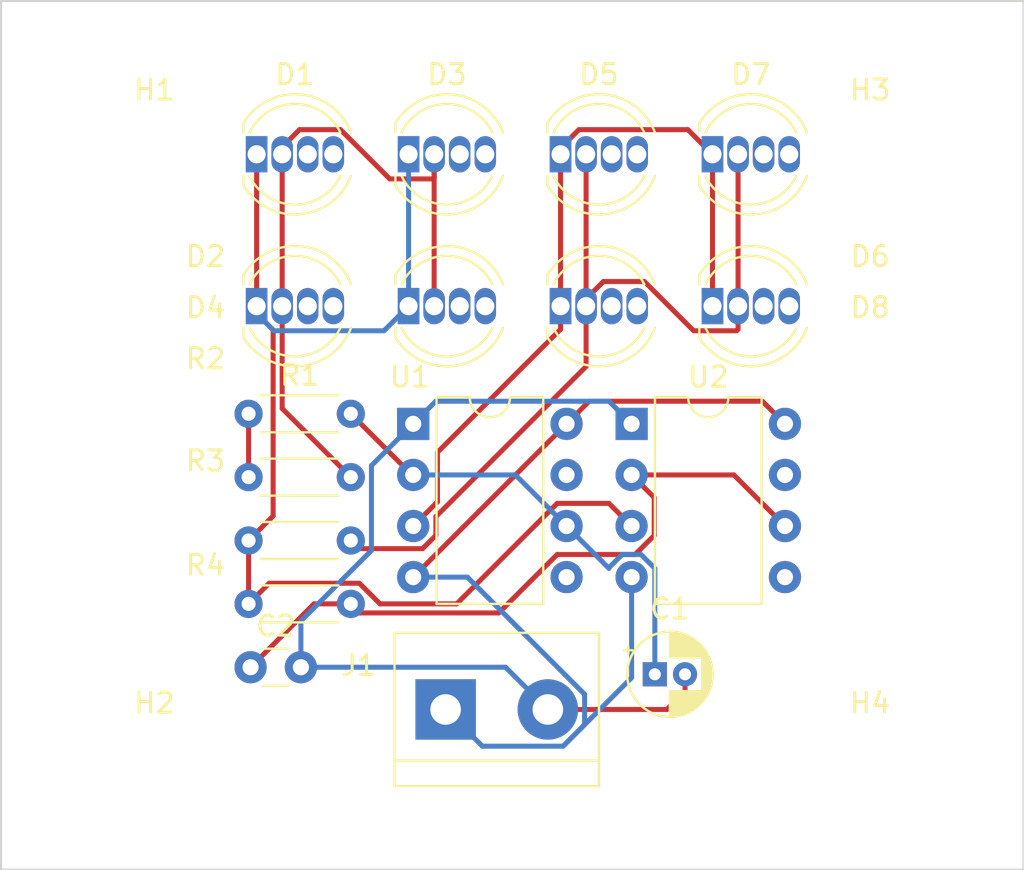
<source format=kicad_pcb>
(kicad_pcb (version 20221018) (generator pcbnew)
  (layers (0 "F.Cu" signal) (31 "B.Cu" signal) (34 "B.Paste" user) (35 "F.Paste" user) (36 "B.SilkS" user "B.Silkscreen") (37 "F.SilkS" user "F.Silkscreen") (38 "B.Mask" user) (39 "F.Mask" user) (44 "Edge.Cuts" user))
  (net 0 "")
  (net 1 "Net-(U1-THR)")
  (net 2 "GND")
  (net 3 "Net-(U2-THR)")
  (net 4 "Net-(D1-K)")
  (net 5 "Net-(D1-A)")
  (net 6 "Net-(D5-K)")
  (net 7 "Net-(D5-A)")
  (net 8 "+9V")
  (net 9 "Net-(R1-Pad1)")
  (footprint "MountingHole:MountingHole_2.1mm" (layer "F.Cu") (at 81.28 43.18)
    (fp_text reference "H1" (at 0 -3.2) (layer "F.SilkS"))
    (fp_text value "MountingHole")
    (pad "" np_thru_hole circle (at 0 0) (size 2.1 2.1) (drill 2.1) (layers "*.Cu" "*.Mask"))
  )
  (footprint "LED_THT:LED_D5.0mm-4_RGB" (layer "F.Cu") (at 93.91 43.18)
    (fp_text reference "D3" (at 1.905 -3.96) (layer "F.SilkS"))
    (fp_text value "LED")
    (fp_line (start -0.655 -1.545) (end -0.655 -1.08) (stroke (width 0.12)) (layer "F.SilkS"))
    (fp_line (start -0.655 1.08) (end -0.655 1.545) (stroke (width 0.12)) (layer "F.SilkS"))
    (fp_arc (start -0.655 -1.54483) (mid 2.163456 -2.978809) (end 4.692815 -1.080827) (stroke (width 0.12)) (layer "F.SilkS"))
    (fp_arc (start -0.349684 -1.08) (mid 1.904762 -2.5) (end 4.159479 -1.080429) (stroke (width 0.12)) (layer "F.SilkS"))
    (fp_arc (start 4.159479 1.080429) (mid 1.904762 2.5) (end -0.349684 1.08) (stroke (width 0.12)) (layer "F.SilkS"))
    (fp_arc (start 4.692815 1.080827) (mid 2.163456 2.978808) (end -0.655 1.54483) (stroke (width 0.12)) (layer "F.SilkS"))
    (pad "1" thru_hole rect (at 0 0) (size 1.07 1.8) (drill 0.9) (layers "*.Cu" "*.Mask") (net 4 "Net-(D1-K)"))
    (pad "2" thru_hole oval (at 1.27 0) (size 1.07 1.8) (drill 0.9) (layers "*.Cu" "*.Mask") (net 5 "Net-(D1-A)"))
    (pad "3" thru_hole oval (at 2.54 0) (size 1.07 1.8) (drill 0.9) (layers "*.Cu" "*.Mask"))
    (pad "4" thru_hole oval (at 3.81 0) (size 1.07 1.8) (drill 0.9) (layers "*.Cu" "*.Mask"))
  )
  (footprint "LED_THT:LED_D5.0mm-4_RGB" (layer "F.Cu") (at 86.36 50.73)
    (fp_text reference "D2" (at -2.54 -2.47) (layer "F.SilkS"))
    (fp_text value "LED")
    (fp_line (start -0.655 -1.545) (end -0.655 -1.08) (stroke (width 0.12)) (layer "F.SilkS"))
    (fp_line (start -0.655 1.08) (end -0.655 1.545) (stroke (width 0.12)) (layer "F.SilkS"))
    (fp_arc (start -0.655 -1.54483) (mid 2.163456 -2.978809) (end 4.692815 -1.080827) (stroke (width 0.12)) (layer "F.SilkS"))
    (fp_arc (start -0.349684 -1.08) (mid 1.904762 -2.5) (end 4.159479 -1.080429) (stroke (width 0.12)) (layer "F.SilkS"))
    (fp_arc (start 4.159479 1.080429) (mid 1.904762 2.5) (end -0.349684 1.08) (stroke (width 0.12)) (layer "F.SilkS"))
    (fp_arc (start 4.692815 1.080827) (mid 2.163456 2.978808) (end -0.655 1.54483) (stroke (width 0.12)) (layer "F.SilkS"))
    (pad "1" thru_hole rect (at 0 0) (size 1.07 1.8) (drill 0.9) (layers "*.Cu" "*.Mask") (net 4 "Net-(D1-K)"))
    (pad "2" thru_hole oval (at 1.27 0) (size 1.07 1.8) (drill 0.9) (layers "*.Cu" "*.Mask") (net 5 "Net-(D1-A)"))
    (pad "3" thru_hole oval (at 2.54 0) (size 1.07 1.8) (drill 0.9) (layers "*.Cu" "*.Mask"))
    (pad "4" thru_hole oval (at 3.81 0) (size 1.07 1.8) (drill 0.9) (layers "*.Cu" "*.Mask"))
  )
  (footprint "Package_DIP:DIP-8_W7.62mm" (layer "F.Cu") (at 104.99 56.58)
    (fp_text reference "U2" (at 3.81 -2.33) (layer "F.SilkS"))
    (fp_text value "NE555P")
    (fp_line (start 1.16 -1.33) (end 1.16 8.95) (stroke (width 0.12)) (layer "F.SilkS"))
    (fp_line (start 1.16 8.95) (end 6.46 8.95) (stroke (width 0.12)) (layer "F.SilkS"))
    (fp_line (start 2.81 -1.33) (end 1.16 -1.33) (stroke (width 0.12)) (layer "F.SilkS"))
    (fp_line (start 6.46 -1.33) (end 4.81 -1.33) (stroke (width 0.12)) (layer "F.SilkS"))
    (fp_line (start 6.46 8.95) (end 6.46 -1.33) (stroke (width 0.12)) (layer "F.SilkS"))
    (fp_arc (start 4.81 -1.33) (mid 3.81 -0.33) (end 2.81 -1.33) (stroke (width 0.12)) (layer "F.SilkS"))
    (pad "1" thru_hole rect (at 0 0) (size 1.6 1.6) (drill 0.8) (layers "*.Cu" "*.Mask") (net 2 "GND"))
    (pad "2" thru_hole oval (at 0 2.54) (size 1.6 1.6) (drill 0.8) (layers "*.Cu" "*.Mask") (net 3 "Net-(U2-THR)"))
    (pad "3" thru_hole oval (at 0 5.08) (size 1.6 1.6) (drill 0.8) (layers "*.Cu" "*.Mask") (net 4 "Net-(D1-K)"))
    (pad "4" thru_hole oval (at 0 7.62) (size 1.6 1.6) (drill 0.8) (layers "*.Cu" "*.Mask") (net 8 "+9V"))
    (pad "5" thru_hole oval (at 7.62 7.62) (size 1.6 1.6) (drill 0.8) (layers "*.Cu" "*.Mask"))
    (pad "6" thru_hole oval (at 7.62 5.08) (size 1.6 1.6) (drill 0.8) (layers "*.Cu" "*.Mask") (net 3 "Net-(U2-THR)"))
    (pad "7" thru_hole oval (at 7.62 2.54) (size 1.6 1.6) (drill 0.8) (layers "*.Cu" "*.Mask"))
    (pad "8" thru_hole oval (at 7.62 0) (size 1.6 1.6) (drill 0.8) (layers "*.Cu" "*.Mask") (net 8 "+9V"))
  )
  (footprint "MountingHole:MountingHole_2.1mm" (layer "F.Cu") (at 116.84 73.66)
    (fp_text reference "H4" (at 0 -3.2) (layer "F.SilkS"))
    (fp_text value "MountingHole")
    (pad "" np_thru_hole circle (at 0 0) (size 2.1 2.1) (drill 2.1) (layers "*.Cu" "*.Mask"))
  )
  (footprint "LED_THT:LED_D5.0mm-4_RGB" (layer "F.Cu") (at 101.46 43.18)
    (fp_text reference "D5" (at 1.905 -3.96) (layer "F.SilkS"))
    (fp_text value "LED")
    (fp_line (start -0.655 -1.545) (end -0.655 -1.08) (stroke (width 0.12)) (layer "F.SilkS"))
    (fp_line (start -0.655 1.08) (end -0.655 1.545) (stroke (width 0.12)) (layer "F.SilkS"))
    (fp_arc (start -0.655 -1.54483) (mid 2.163456 -2.978809) (end 4.692815 -1.080827) (stroke (width 0.12)) (layer "F.SilkS"))
    (fp_arc (start -0.349684 -1.08) (mid 1.904762 -2.5) (end 4.159479 -1.080429) (stroke (width 0.12)) (layer "F.SilkS"))
    (fp_arc (start 4.159479 1.080429) (mid 1.904762 2.5) (end -0.349684 1.08) (stroke (width 0.12)) (layer "F.SilkS"))
    (fp_arc (start 4.692815 1.080827) (mid 2.163456 2.978808) (end -0.655 1.54483) (stroke (width 0.12)) (layer "F.SilkS"))
    (pad "1" thru_hole rect (at 0 0) (size 1.07 1.8) (drill 0.9) (layers "*.Cu" "*.Mask") (net 6 "Net-(D5-K)"))
    (pad "2" thru_hole oval (at 1.27 0) (size 1.07 1.8) (drill 0.9) (layers "*.Cu" "*.Mask") (net 7 "Net-(D5-A)"))
    (pad "3" thru_hole oval (at 2.54 0) (size 1.07 1.8) (drill 0.9) (layers "*.Cu" "*.Mask"))
    (pad "4" thru_hole oval (at 3.81 0) (size 1.07 1.8) (drill 0.9) (layers "*.Cu" "*.Mask"))
  )
  (footprint "LED_THT:LED_D5.0mm-4_RGB" (layer "F.Cu") (at 101.46 50.73)
    (fp_text reference "D6" (at 15.38 -2.47) (layer "F.SilkS"))
    (fp_text value "LED")
    (fp_line (start -0.655 -1.545) (end -0.655 -1.08) (stroke (width 0.12)) (layer "F.SilkS"))
    (fp_line (start -0.655 1.08) (end -0.655 1.545) (stroke (width 0.12)) (layer "F.SilkS"))
    (fp_arc (start -0.655 -1.54483) (mid 2.163456 -2.978809) (end 4.692815 -1.080827) (stroke (width 0.12)) (layer "F.SilkS"))
    (fp_arc (start -0.349684 -1.08) (mid 1.904762 -2.5) (end 4.159479 -1.080429) (stroke (width 0.12)) (layer "F.SilkS"))
    (fp_arc (start 4.159479 1.080429) (mid 1.904762 2.5) (end -0.349684 1.08) (stroke (width 0.12)) (layer "F.SilkS"))
    (fp_arc (start 4.692815 1.080827) (mid 2.163456 2.978808) (end -0.655 1.54483) (stroke (width 0.12)) (layer "F.SilkS"))
    (pad "1" thru_hole rect (at 0 0) (size 1.07 1.8) (drill 0.9) (layers "*.Cu" "*.Mask") (net 6 "Net-(D5-K)"))
    (pad "2" thru_hole oval (at 1.27 0) (size 1.07 1.8) (drill 0.9) (layers "*.Cu" "*.Mask") (net 7 "Net-(D5-A)"))
    (pad "3" thru_hole oval (at 2.54 0) (size 1.07 1.8) (drill 0.9) (layers "*.Cu" "*.Mask"))
    (pad "4" thru_hole oval (at 3.81 0) (size 1.07 1.8) (drill 0.9) (layers "*.Cu" "*.Mask"))
  )
  (footprint "Resistor_THT:R_Axial_DIN0204_L3.6mm_D1.6mm_P5.08mm_Horizontal" (layer "F.Cu") (at 85.96 62.38)
    (fp_text reference "R3" (at -2.14 -3.96) (layer "F.SilkS"))
    (fp_text value "1K")
    (fp_line (start 0.62 -0.92) (end 4.46 -0.92) (stroke (width 0.12)) (layer "F.SilkS"))
    (fp_line (start 0.62 0.92) (end 4.46 0.92) (stroke (width 0.12)) (layer "F.SilkS"))
    (pad "1" thru_hole circle (at 0 0) (size 1.4 1.4) (drill 0.7) (layers "*.Cu" "*.Mask") (net 4 "Net-(D1-K)"))
    (pad "2" thru_hole oval (at 5.08 0) (size 1.4 1.4) (drill 0.7) (layers "*.Cu" "*.Mask") (net 7 "Net-(D5-A)"))
  )
  (footprint "TerminalBlock:TerminalBlock_bornier-2_P5.08mm" (layer "F.Cu") (at 95.75 70.78)
    (fp_text reference "J1" (at -4.31 -2.2) (layer "F.SilkS"))
    (fp_text value "Screw_Terminal_01x02")
    (fp_line (start -2.54 -3.81) (end -2.54 3.81) (stroke (width 0.12)) (layer "F.SilkS"))
    (fp_line (start -2.54 3.81) (end 7.62 3.81) (stroke (width 0.12)) (layer "F.SilkS"))
    (fp_line (start 7.62 -3.81) (end -2.54 -3.81) (stroke (width 0.12)) (layer "F.SilkS"))
    (fp_line (start 7.62 2.54) (end -2.54 2.54) (stroke (width 0.12)) (layer "F.SilkS"))
    (fp_line (start 7.62 3.81) (end 7.62 -3.81) (stroke (width 0.12)) (layer "F.SilkS"))
    (pad "1" thru_hole rect (at 0 0) (size 3 3) (drill 1.52) (layers "*.Cu" "*.Mask") (net 8 "+9V"))
    (pad "2" thru_hole circle (at 5.08 0) (size 3 3) (drill 1.52) (layers "*.Cu" "*.Mask") (net 2 "GND"))
  )
  (footprint "Capacitor_THT:C_Disc_D3.0mm_W1.6mm_P2.50mm" (layer "F.Cu") (at 86.06 68.68)
    (fp_text reference "C2" (at 1.25 -2.05) (layer "F.SilkS"))
    (fp_text value "1uF")
    (fp_line (start 0.621 -0.92) (end 1.879 -0.92) (stroke (width 0.12)) (layer "F.SilkS"))
    (fp_line (start 0.621 0.92) (end 1.879 0.92) (stroke (width 0.12)) (layer "F.SilkS"))
    (pad "1" thru_hole circle (at 0 0) (size 1.6 1.6) (drill 0.8) (layers "*.Cu" "*.Mask") (net 3 "Net-(U2-THR)"))
    (pad "2" thru_hole circle (at 2.5 0) (size 1.6 1.6) (drill 0.8) (layers "*.Cu" "*.Mask") (net 2 "GND"))
  )
  (footprint "Resistor_THT:R_Axial_DIN0204_L3.6mm_D1.6mm_P5.08mm_Horizontal" (layer "F.Cu") (at 85.96 56.08)
    (fp_text reference "R1" (at 2.54 -1.92) (layer "F.SilkS"))
    (fp_text value "1K")
    (fp_line (start 0.62 -0.92) (end 4.46 -0.92) (stroke (width 0.12)) (layer "F.SilkS"))
    (fp_line (start 0.62 0.92) (end 4.46 0.92) (stroke (width 0.12)) (layer "F.SilkS"))
    (pad "1" thru_hole circle (at 0 0) (size 1.4 1.4) (drill 0.7) (layers "*.Cu" "*.Mask") (net 9 "Net-(R1-Pad1)"))
    (pad "2" thru_hole oval (at 5.08 0) (size 1.4 1.4) (drill 0.7) (layers "*.Cu" "*.Mask") (net 1 "Net-(U1-THR)"))
  )
  (footprint "MountingHole:MountingHole_2.1mm" (layer "F.Cu") (at 116.84 43.18)
    (fp_text reference "H3" (at 0 -3.2) (layer "F.SilkS"))
    (fp_text value "MountingHole")
    (pad "" np_thru_hole circle (at 0 0) (size 2.1 2.1) (drill 2.1) (layers "*.Cu" "*.Mask"))
  )
  (footprint "LED_THT:LED_D5.0mm-4_RGB" (layer "F.Cu") (at 109.01 43.18)
    (fp_text reference "D7" (at 1.905 -3.96) (layer "F.SilkS"))
    (fp_text value "LED")
    (fp_line (start -0.655 -1.545) (end -0.655 -1.08) (stroke (width 0.12)) (layer "F.SilkS"))
    (fp_line (start -0.655 1.08) (end -0.655 1.545) (stroke (width 0.12)) (layer "F.SilkS"))
    (fp_arc (start -0.655 -1.54483) (mid 2.163456 -2.978809) (end 4.692815 -1.080827) (stroke (width 0.12)) (layer "F.SilkS"))
    (fp_arc (start -0.349684 -1.08) (mid 1.904762 -2.5) (end 4.159479 -1.080429) (stroke (width 0.12)) (layer "F.SilkS"))
    (fp_arc (start 4.159479 1.080429) (mid 1.904762 2.5) (end -0.349684 1.08) (stroke (width 0.12)) (layer "F.SilkS"))
    (fp_arc (start 4.692815 1.080827) (mid 2.163456 2.978808) (end -0.655 1.54483) (stroke (width 0.12)) (layer "F.SilkS"))
    (pad "1" thru_hole rect (at 0 0) (size 1.07 1.8) (drill 0.9) (layers "*.Cu" "*.Mask") (net 6 "Net-(D5-K)"))
    (pad "2" thru_hole oval (at 1.27 0) (size 1.07 1.8) (drill 0.9) (layers "*.Cu" "*.Mask") (net 7 "Net-(D5-A)"))
    (pad "3" thru_hole oval (at 2.54 0) (size 1.07 1.8) (drill 0.9) (layers "*.Cu" "*.Mask"))
    (pad "4" thru_hole oval (at 3.81 0) (size 1.07 1.8) (drill 0.9) (layers "*.Cu" "*.Mask"))
  )
  (footprint "Resistor_THT:R_Axial_DIN0204_L3.6mm_D1.6mm_P5.08mm_Horizontal" (layer "F.Cu") (at 85.96 59.23)
    (fp_text reference "R2" (at -2.14 -5.89) (layer "F.SilkS"))
    (fp_text value "1k")
    (fp_line (start 0.62 -0.92) (end 4.46 -0.92) (stroke (width 0.12)) (layer "F.SilkS"))
    (fp_line (start 0.62 0.92) (end 4.46 0.92) (stroke (width 0.12)) (layer "F.SilkS"))
    (pad "1" thru_hole circle (at 0 0) (size 1.4 1.4) (drill 0.7) (layers "*.Cu" "*.Mask") (net 9 "Net-(R1-Pad1)"))
    (pad "2" thru_hole oval (at 5.08 0) (size 1.4 1.4) (drill 0.7) (layers "*.Cu" "*.Mask") (net 5 "Net-(D1-A)"))
  )
  (footprint "LED_THT:LED_D5.0mm-4_RGB" (layer "F.Cu") (at 109.01 50.73)
    (fp_text reference "D8" (at 7.83 0.07) (layer "F.SilkS"))
    (fp_text value "LED")
    (fp_line (start -0.655 -1.545) (end -0.655 -1.08) (stroke (width 0.12)) (layer "F.SilkS"))
    (fp_line (start -0.655 1.08) (end -0.655 1.545) (stroke (width 0.12)) (layer "F.SilkS"))
    (fp_arc (start -0.655 -1.54483) (mid 2.163456 -2.978809) (end 4.692815 -1.080827) (stroke (width 0.12)) (layer "F.SilkS"))
    (fp_arc (start -0.349684 -1.08) (mid 1.904762 -2.5) (end 4.159479 -1.080429) (stroke (width 0.12)) (layer "F.SilkS"))
    (fp_arc (start 4.159479 1.080429) (mid 1.904762 2.5) (end -0.349684 1.08) (stroke (width 0.12)) (layer "F.SilkS"))
    (fp_arc (start 4.692815 1.080827) (mid 2.163456 2.978808) (end -0.655 1.54483) (stroke (width 0.12)) (layer "F.SilkS"))
    (pad "1" thru_hole rect (at 0 0) (size 1.07 1.8) (drill 0.9) (layers "*.Cu" "*.Mask") (net 6 "Net-(D5-K)"))
    (pad "2" thru_hole oval (at 1.27 0) (size 1.07 1.8) (drill 0.9) (layers "*.Cu" "*.Mask") (net 7 "Net-(D5-A)"))
    (pad "3" thru_hole oval (at 2.54 0) (size 1.07 1.8) (drill 0.9) (layers "*.Cu" "*.Mask"))
    (pad "4" thru_hole oval (at 3.81 0) (size 1.07 1.8) (drill 0.9) (layers "*.Cu" "*.Mask"))
  )
  (footprint "MountingHole:MountingHole_2.1mm" (layer "F.Cu") (at 81.28 73.66)
    (fp_text reference "H2" (at 0 -3.2) (layer "F.SilkS"))
    (fp_text value "MountingHole")
    (pad "" np_thru_hole circle (at 0 0) (size 2.1 2.1) (drill 2.1) (layers "*.Cu" "*.Mask"))
  )
  (footprint "Package_DIP:DIP-8_W7.62mm" (layer "F.Cu") (at 94.14 56.58)
    (fp_text reference "U1" (at -0.16 -2.33) (layer "F.SilkS"))
    (fp_text value "NE555P")
    (fp_line (start 1.16 -1.33) (end 1.16 8.95) (stroke (width 0.12)) (layer "F.SilkS"))
    (fp_line (start 1.16 8.95) (end 6.46 8.95) (stroke (width 0.12)) (layer "F.SilkS"))
    (fp_line (start 2.81 -1.33) (end 1.16 -1.33) (stroke (width 0.12)) (layer "F.SilkS"))
    (fp_line (start 6.46 -1.33) (end 4.81 -1.33) (stroke (width 0.12)) (layer "F.SilkS"))
    (fp_line (start 6.46 8.95) (end 6.46 -1.33) (stroke (width 0.12)) (layer "F.SilkS"))
    (fp_arc (start 4.81 -1.33) (mid 3.81 -0.33) (end 2.81 -1.33) (stroke (width 0.12)) (layer "F.SilkS"))
    (pad "1" thru_hole rect (at 0 0) (size 1.6 1.6) (drill 0.8) (layers "*.Cu" "*.Mask") (net 2 "GND"))
    (pad "2" thru_hole oval (at 0 2.54) (size 1.6 1.6) (drill 0.8) (layers "*.Cu" "*.Mask") (net 1 "Net-(U1-THR)"))
    (pad "3" thru_hole oval (at 0 5.08) (size 1.6 1.6) (drill 0.8) (layers "*.Cu" "*.Mask") (net 6 "Net-(D5-K)"))
    (pad "4" thru_hole oval (at 0 7.62) (size 1.6 1.6) (drill 0.8) (layers "*.Cu" "*.Mask") (net 8 "+9V"))
    (pad "5" thru_hole oval (at 7.62 7.62) (size 1.6 1.6) (drill 0.8) (layers "*.Cu" "*.Mask"))
    (pad "6" thru_hole oval (at 7.62 5.08) (size 1.6 1.6) (drill 0.8) (layers "*.Cu" "*.Mask") (net 1 "Net-(U1-THR)"))
    (pad "7" thru_hole oval (at 7.62 2.54) (size 1.6 1.6) (drill 0.8) (layers "*.Cu" "*.Mask"))
    (pad "8" thru_hole oval (at 7.62 0) (size 1.6 1.6) (drill 0.8) (layers "*.Cu" "*.Mask") (net 8 "+9V"))
  )
  (footprint "LED_THT:LED_D5.0mm-4_RGB" (layer "F.Cu") (at 93.91 50.73)
    (fp_text reference "D4" (at -10.09 0.07) (layer "F.SilkS"))
    (fp_text value "LED")
    (fp_line (start -0.655 -1.545) (end -0.655 -1.08) (stroke (width 0.12)) (layer "F.SilkS"))
    (fp_line (start -0.655 1.08) (end -0.655 1.545) (stroke (width 0.12)) (layer "F.SilkS"))
    (fp_arc (start -0.655 -1.54483) (mid 2.163456 -2.978809) (end 4.692815 -1.080827) (stroke (width 0.12)) (layer "F.SilkS"))
    (fp_arc (start -0.349684 -1.08) (mid 1.904762 -2.5) (end 4.159479 -1.080429) (stroke (width 0.12)) (layer "F.SilkS"))
    (fp_arc (start 4.159479 1.080429) (mid 1.904762 2.5) (end -0.349684 1.08) (stroke (width 0.12)) (layer "F.SilkS"))
    (fp_arc (start 4.692815 1.080827) (mid 2.163456 2.978808) (end -0.655 1.54483) (stroke (width 0.12)) (layer "F.SilkS"))
    (pad "1" thru_hole rect (at 0 0) (size 1.07 1.8) (drill 0.9) (layers "*.Cu" "*.Mask") (net 4 "Net-(D1-K)"))
    (pad "2" thru_hole oval (at 1.27 0) (size 1.07 1.8) (drill 0.9) (layers "*.Cu" "*.Mask") (net 5 "Net-(D1-A)"))
    (pad "3" thru_hole oval (at 2.54 0) (size 1.07 1.8) (drill 0.9) (layers "*.Cu" "*.Mask"))
    (pad "4" thru_hole oval (at 3.81 0) (size 1.07 1.8) (drill 0.9) (layers "*.Cu" "*.Mask"))
  )
  (footprint "LED_THT:LED_D5.0mm-4_RGB" (layer "F.Cu") (at 86.36 43.18)
    (fp_text reference "D1" (at 1.905 -3.96) (layer "F.SilkS"))
    (fp_text value "LED")
    (fp_line (start -0.655 -1.545) (end -0.655 -1.08) (stroke (width 0.12)) (layer "F.SilkS"))
    (fp_line (start -0.655 1.08) (end -0.655 1.545) (stroke (width 0.12)) (layer "F.SilkS"))
    (fp_arc (start -0.655 -1.54483) (mid 2.163456 -2.978809) (end 4.692815 -1.080827) (stroke (width 0.12)) (layer "F.SilkS"))
    (fp_arc (start -0.349684 -1.08) (mid 1.904762 -2.5) (end 4.159479 -1.080429) (stroke (width 0.12)) (layer "F.SilkS"))
    (fp_arc (start 4.159479 1.080429) (mid 1.904762 2.5) (end -0.349684 1.08) (stroke (width 0.12)) (layer "F.SilkS"))
    (fp_arc (start 4.692815 1.080827) (mid 2.163456 2.978808) (end -0.655 1.54483) (stroke (width 0.12)) (layer "F.SilkS"))
    (pad "1" thru_hole rect (at 0 0) (size 1.07 1.8) (drill 0.9) (layers "*.Cu" "*.Mask") (net 4 "Net-(D1-K)"))
    (pad "2" thru_hole oval (at 1.27 0) (size 1.07 1.8) (drill 0.9) (layers "*.Cu" "*.Mask") (net 5 "Net-(D1-A)"))
    (pad "3" thru_hole oval (at 2.54 0) (size 1.07 1.8) (drill 0.9) (layers "*.Cu" "*.Mask"))
    (pad "4" thru_hole oval (at 3.81 0) (size 1.07 1.8) (drill 0.9) (layers "*.Cu" "*.Mask"))
  )
  (footprint "Capacitor_THT:CP_Radial_D4.0mm_P1.50mm" (layer "F.Cu") (at 106.144801 69.03)
    (fp_text reference "C1" (at 0.75 -3.25) (layer "F.SilkS"))
    (fp_text value "1uF")
    (fp_line (start -1.519801 -1.195) (end -1.119801 -1.195) (stroke (width 0.12)) (layer "F.SilkS"))
    (fp_line (start -1.319801 -1.395) (end -1.319801 -0.995) (stroke (width 0.12)) (layer "F.SilkS"))
    (fp_line (start 0.75 -2.08) (end 0.75 -0.84) (stroke (width 0.12)) (layer "F.SilkS"))
    (fp_line (start 0.75 0.84) (end 0.75 2.08) (stroke (width 0.12)) (layer "F.SilkS"))
    (fp_line (start 0.79 -2.08) (end 0.79 -0.84) (stroke (width 0.12)) (layer "F.SilkS"))
    (fp_line (start 0.79 0.84) (end 0.79 2.08) (stroke (width 0.12)) (layer "F.SilkS"))
    (fp_line (start 0.83 -2.079) (end 0.83 -0.84) (stroke (width 0.12)) (layer "F.SilkS"))
    (fp_line (start 0.83 0.84) (end 0.83 2.079) (stroke (width 0.12)) (layer "F.SilkS"))
    (fp_line (start 0.87 -2.077) (end 0.87 -0.84) (stroke (width 0.12)) (layer "F.SilkS"))
    (fp_line (start 0.87 0.84) (end 0.87 2.077) (stroke (width 0.12)) (layer "F.SilkS"))
    (fp_line (start 0.91 -2.074) (end 0.91 -0.84) (stroke (width 0.12)) (layer "F.SilkS"))
    (fp_line (start 0.91 0.84) (end 0.91 2.074) (stroke (width 0.12)) (layer "F.SilkS"))
    (fp_line (start 0.95 -2.071) (end 0.95 -0.84) (stroke (width 0.12)) (layer "F.SilkS"))
    (fp_line (start 0.95 0.84) (end 0.95 2.071) (stroke (width 0.12)) (layer "F.SilkS"))
    (fp_line (start 0.99 -2.067) (end 0.99 -0.84) (stroke (width 0.12)) (layer "F.SilkS"))
    (fp_line (start 0.99 0.84) (end 0.99 2.067) (stroke (width 0.12)) (layer "F.SilkS"))
    (fp_line (start 1.03 -2.062) (end 1.03 -0.84) (stroke (width 0.12)) (layer "F.SilkS"))
    (fp_line (start 1.03 0.84) (end 1.03 2.062) (stroke (width 0.12)) (layer "F.SilkS"))
    (fp_line (start 1.07 -2.056) (end 1.07 -0.84) (stroke (width 0.12)) (layer "F.SilkS"))
    (fp_line (start 1.07 0.84) (end 1.07 2.056) (stroke (width 0.12)) (layer "F.SilkS"))
    (fp_line (start 1.11 -2.05) (end 1.11 -0.84) (stroke (width 0.12)) (layer "F.SilkS"))
    (fp_line (start 1.11 0.84) (end 1.11 2.05) (stroke (width 0.12)) (layer "F.SilkS"))
    (fp_line (start 1.15 -2.042) (end 1.15 -0.84) (stroke (width 0.12)) (layer "F.SilkS"))
    (fp_line (start 1.15 0.84) (end 1.15 2.042) (stroke (width 0.12)) (layer "F.SilkS"))
    (fp_line (start 1.19 -2.034) (end 1.19 -0.84) (stroke (width 0.12)) (layer "F.SilkS"))
    (fp_line (start 1.19 0.84) (end 1.19 2.034) (stroke (width 0.12)) (layer "F.SilkS"))
    (fp_line (start 1.23 -2.025) (end 1.23 -0.84) (stroke (width 0.12)) (layer "F.SilkS"))
    (fp_line (start 1.23 0.84) (end 1.23 2.025) (stroke (width 0.12)) (layer "F.SilkS"))
    (fp_line (start 1.27 -2.016) (end 1.27 -0.84) (stroke (width 0.12)) (layer "F.SilkS"))
    (fp_line (start 1.27 0.84) (end 1.27 2.016) (stroke (width 0.12)) (layer "F.SilkS"))
    (fp_line (start 1.31 -2.005) (end 1.31 -0.84) (stroke (width 0.12)) (layer "F.SilkS"))
    (fp_line (start 1.31 0.84) (end 1.31 2.005) (stroke (width 0.12)) (layer "F.SilkS"))
    (fp_line (start 1.35 -1.994) (end 1.35 -0.84) (stroke (width 0.12)) (layer "F.SilkS"))
    (fp_line (start 1.35 0.84) (end 1.35 1.994) (stroke (width 0.12)) (layer "F.SilkS"))
    (fp_line (start 1.39 -1.982) (end 1.39 -0.84) (stroke (width 0.12)) (layer "F.SilkS"))
    (fp_line (start 1.39 0.84) (end 1.39 1.982) (stroke (width 0.12)) (layer "F.SilkS"))
    (fp_line (start 1.43 -1.968) (end 1.43 -0.84) (stroke (width 0.12)) (layer "F.SilkS"))
    (fp_line (start 1.43 0.84) (end 1.43 1.968) (stroke (width 0.12)) (layer "F.SilkS"))
    (fp_line (start 1.471 -1.954) (end 1.471 -0.84) (stroke (width 0.12)) (layer "F.SilkS"))
    (fp_line (start 1.471 0.84) (end 1.471 1.954) (stroke (width 0.12)) (layer "F.SilkS"))
    (fp_line (start 1.511 -1.94) (end 1.511 -0.84) (stroke (width 0.12)) (layer "F.SilkS"))
    (fp_line (start 1.511 0.84) (end 1.511 1.94) (stroke (width 0.12)) (layer "F.SilkS"))
    (fp_line (start 1.551 -1.924) (end 1.551 -0.84) (stroke (width 0.12)) (layer "F.SilkS"))
    (fp_line (start 1.551 0.84) (end 1.551 1.924) (stroke (width 0.12)) (layer "F.SilkS"))
    (fp_line (start 1.591 -1.907) (end 1.591 -0.84) (stroke (width 0.12)) (layer "F.SilkS"))
    (fp_line (start 1.591 0.84) (end 1.591 1.907) (stroke (width 0.12)) (layer "F.SilkS"))
    (fp_line (start 1.631 -1.889) (end 1.631 -0.84) (stroke (width 0.12)) (layer "F.SilkS"))
    (fp_line (start 1.631 0.84) (end 1.631 1.889) (stroke (width 0.12)) (layer "F.SilkS"))
    (fp_line (start 1.671 -1.87) (end 1.671 -0.84) (stroke (width 0.12)) (layer "F.SilkS"))
    (fp_line (start 1.671 0.84) (end 1.671 1.87) (stroke (width 0.12)) (layer "F.SilkS"))
    (fp_line (start 1.711 -1.851) (end 1.711 -0.84) (stroke (width 0.12)) (layer "F.SilkS"))
    (fp_line (start 1.711 0.84) (end 1.711 1.851) (stroke (width 0.12)) (layer "F.SilkS"))
    (fp_line (start 1.751 -1.83) (end 1.751 -0.84) (stroke (width 0.12)) (layer "F.SilkS"))
    (fp_line (start 1.751 0.84) (end 1.751 1.83) (stroke (width 0.12)) (layer "F.SilkS"))
    (fp_line (start 1.791 -1.808) (end 1.791 -0.84) (stroke (width 0.12)) (layer "F.SilkS"))
    (fp_line (start 1.791 0.84) (end 1.791 1.808) (stroke (width 0.12)) (layer "F.SilkS"))
    (fp_line (start 1.831 -1.785) (end 1.831 -0.84) (stroke (width 0.12)) (layer "F.SilkS"))
    (fp_line (start 1.831 0.84) (end 1.831 1.785) (stroke (width 0.12)) (layer "F.SilkS"))
    (fp_line (start 1.871 -1.76) (end 1.871 -0.84) (stroke (width 0.12)) (layer "F.SilkS"))
    (fp_line (start 1.871 0.84) (end 1.871 1.76) (stroke (width 0.12)) (layer "F.SilkS"))
    (fp_line (start 1.911 -1.735) (end 1.911 -0.84) (stroke (width 0.12)) (layer "F.SilkS"))
    (fp_line (start 1.911 0.84) (end 1.911 1.735) (stroke (width 0.12)) (layer "F.SilkS"))
    (fp_line (start 1.951 -1.708) (end 1.951 -0.84) (stroke (width 0.12)) (layer "F.SilkS"))
    (fp_line (start 1.951 0.84) (end 1.951 1.708) (stroke (width 0.12)) (layer "F.SilkS"))
    (fp_line (start 1.991 -1.68) (end 1.991 -0.84) (stroke (width 0.12)) (layer "F.SilkS"))
    (fp_line (start 1.991 0.84) (end 1.991 1.68) (stroke (width 0.12)) (layer "F.SilkS"))
    (fp_line (start 2.031 -1.65) (end 2.031 -0.84) (stroke (width 0.12)) (layer "F.SilkS"))
    (fp_line (start 2.031 0.84) (end 2.031 1.65) (stroke (width 0.12)) (layer "F.SilkS"))
    (fp_line (start 2.071 -1.619) (end 2.071 -0.84) (stroke (width 0.12)) (layer "F.SilkS"))
    (fp_line (start 2.071 0.84) (end 2.071 1.619) (stroke (width 0.12)) (layer "F.SilkS"))
    (fp_line (start 2.111 -1.587) (end 2.111 -0.84) (stroke (width 0.12)) (layer "F.SilkS"))
    (fp_line (start 2.111 0.84) (end 2.111 1.587) (stroke (width 0.12)) (layer "F.SilkS"))
    (fp_line (start 2.151 -1.552) (end 2.151 -0.84) (stroke (width 0.12)) (layer "F.SilkS"))
    (fp_line (start 2.151 0.84) (end 2.151 1.552) (stroke (width 0.12)) (layer "F.SilkS"))
    (fp_line (start 2.191 -1.516) (end 2.191 -0.84) (stroke (width 0.12)) (layer "F.SilkS"))
    (fp_line (start 2.191 0.84) (end 2.191 1.516) (stroke (width 0.12)) (layer "F.SilkS"))
    (fp_line (start 2.231 -1.478) (end 2.231 -0.84) (stroke (width 0.12)) (layer "F.SilkS"))
    (fp_line (start 2.231 0.84) (end 2.231 1.478) (stroke (width 0.12)) (layer "F.SilkS"))
    (fp_line (start 2.271 -1.438) (end 2.271 -0.84) (stroke (width 0.12)) (layer "F.SilkS"))
    (fp_line (start 2.271 0.84) (end 2.271 1.438) (stroke (width 0.12)) (layer "F.SilkS"))
    (fp_line (start 2.311 -1.396) (end 2.311 -0.84) (stroke (width 0.12)) (layer "F.SilkS"))
    (fp_line (start 2.311 0.84) (end 2.311 1.396) (stroke (width 0.12)) (layer "F.SilkS"))
    (fp_line (start 2.351 -1.351) (end 2.351 1.351) (stroke (width 0.12)) (layer "F.SilkS"))
    (fp_line (start 2.391 -1.304) (end 2.391 1.304) (stroke (width 0.12)) (layer "F.SilkS"))
    (fp_line (start 2.431 -1.254) (end 2.431 1.254) (stroke (width 0.12)) (layer "F.SilkS"))
    (fp_line (start 2.471 -1.2) (end 2.471 1.2) (stroke (width 0.12)) (layer "F.SilkS"))
    (fp_line (start 2.511 -1.142) (end 2.511 1.142) (stroke (width 0.12)) (layer "F.SilkS"))
    (fp_line (start 2.551 -1.08) (end 2.551 1.08) (stroke (width 0.12)) (layer "F.SilkS"))
    (fp_line (start 2.591 -1.013) (end 2.591 1.013) (stroke (width 0.12)) (layer "F.SilkS"))
    (fp_line (start 2.631 -0.94) (end 2.631 0.94) (stroke (width 0.12)) (layer "F.SilkS"))
    (fp_line (start 2.671 -0.859) (end 2.671 0.859) (stroke (width 0.12)) (layer "F.SilkS"))
    (fp_line (start 2.711 -0.768) (end 2.711 0.768) (stroke (width 0.12)) (layer "F.SilkS"))
    (fp_line (start 2.751 -0.664) (end 2.751 0.664) (stroke (width 0.12)) (layer "F.SilkS"))
    (fp_line (start 2.791 -0.537) (end 2.791 0.537) (stroke (width 0.12)) (layer "F.SilkS"))
    (fp_line (start 2.831 -0.37) (end 2.831 0.37) (stroke (width 0.12)) (layer "F.SilkS"))
    (fp_circle (center 0.75 0) (end 2.87 0) (stroke (width 0.12)) (fill none) (layer "F.SilkS"))
    (pad "1" thru_hole rect (at 0 0) (size 1.2 1.2) (drill 0.6) (layers "*.Cu" "*.Mask") (net 1 "Net-(U1-THR)"))
    (pad "2" thru_hole circle (at 1.5 0) (size 1.2 1.2) (drill 0.6) (layers "*.Cu" "*.Mask") (net 2 "GND"))
  )
  (footprint "Resistor_THT:R_Axial_DIN0204_L3.6mm_D1.6mm_P5.08mm_Horizontal" (layer "F.Cu") (at 85.96 65.53)
    (fp_text reference "R4" (at -2.14 -1.92) (layer "F.SilkS"))
    (fp_text value "1k")
    (fp_line (start 0.62 -0.92) (end 4.46 -0.92) (stroke (width 0.12)) (layer "F.SilkS"))
    (fp_line (start 0.62 0.92) (end 4.46 0.92) (stroke (width 0.12)) (layer "F.SilkS"))
    (pad "1" thru_hole circle (at 0 0) (size 1.4 1.4) (drill 0.7) (layers "*.Cu" "*.Mask") (net 4 "Net-(D1-K)"))
    (pad "2" thru_hole oval (at 5.08 0) (size 1.4 1.4) (drill 0.7) (layers "*.Cu" "*.Mask") (net 3 "Net-(U2-THR)"))
  )
  (gr_rect (start 73.66 35.56) (end 124.46 78.74) (stroke (width 0.1)) (fill none) (layer "Edge.Cuts"))
  (segment (start 94.08 59.12) (end 94.14 59.12) (width 0.25) (layer "F.Cu") (net 1))
  (segment (start 91.04 56.08) (end 94.08 59.12) (width 0.25) (layer "F.Cu") (net 1))
  (segment (start 105.455991 63.075) (end 106.144801 63.76381) (width 0.25) (layer "B.Cu") (net 1))
  (segment (start 103.865 63.765) (end 103.865 63.734009) (width 0.25) (layer "B.Cu") (net 1))
  (segment (start 99.22 59.12) (end 101.76 61.66) (width 0.25) (layer "B.Cu") (net 1))
  (segment (start 94.14 59.12) (end 99.22 59.12) (width 0.25) (layer "B.Cu") (net 1))
  (segment (start 103.865 63.734009) (end 104.524009 63.075) (width 0.25) (layer "B.Cu") (net 1))
  (segment (start 104.524009 63.075) (end 105.455991 63.075) (width 0.25) (layer "B.Cu") (net 1))
  (segment (start 101.76 61.66) (end 103.865 63.765) (width 0.25) (layer "B.Cu") (net 1))
  (segment (start 106.144801 63.76381) (end 106.144801 69.03) (width 0.25) (layer "B.Cu") (net 1))
  (segment (start 106.743329 70.78) (end 107.644801 69.878528) (width 0.25) (layer "F.Cu") (net 2))
  (segment (start 100.83 70.78) (end 106.743329 70.78) (width 0.25) (layer "F.Cu") (net 2))
  (segment (start 107.644801 69.878528) (end 107.644801 69.03) (width 0.25) (layer "F.Cu") (net 2))
  (segment (start 103.865 55.455) (end 104.99 56.58) (width 0.25) (layer "B.Cu") (net 2))
  (segment (start 98.73 68.68) (end 100.83 70.78) (width 0.25) (layer "B.Cu") (net 2))
  (segment (start 92.065 62.875) (end 88.56 66.38) (width 0.25) (layer "B.Cu") (net 2))
  (segment (start 94.14 56.58) (end 92.065 58.655) (width 0.25) (layer "B.Cu") (net 2))
  (segment (start 88.56 68.68) (end 98.73 68.68) (width 0.25) (layer "B.Cu") (net 2))
  (segment (start 95.265 55.455) (end 103.865 55.455) (width 0.25) (layer "B.Cu") (net 2))
  (segment (start 92.065 58.655) (end 92.065 62.875) (width 0.25) (layer "B.Cu") (net 2))
  (segment (start 88.56 66.38) (end 88.56 68.68) (width 0.25) (layer "B.Cu") (net 2))
  (segment (start 94.14 56.58) (end 95.265 55.455) (width 0.25) (layer "B.Cu") (net 2))
  (segment (start 110.07 59.12) (end 112.61 61.66) (width 0.25) (layer "F.Cu") (net 3))
  (segment (start 106.115 60.245) (end 104.99 59.12) (width 0.25) (layer "F.Cu") (net 3))
  (segment (start 89.21 65.53) (end 91.04 65.53) (width 0.25) (layer "F.Cu") (net 3))
  (segment (start 91.49 65.98) (end 98.389009 65.98) (width 0.25) (layer "F.Cu") (net 3))
  (segment (start 91.04 65.53) (end 91.49 65.98) (width 0.25) (layer "F.Cu") (net 3))
  (segment (start 105.165991 63.075) (end 106.115 62.125991) (width 0.25) (layer "F.Cu") (net 3))
  (segment (start 101.294009 63.075) (end 105.165991 63.075) (width 0.25) (layer "F.Cu") (net 3))
  (segment (start 98.389009 65.98) (end 101.294009 63.075) (width 0.25) (layer "F.Cu") (net 3))
  (segment (start 86.06 68.68) (end 89.21 65.53) (width 0.25) (layer "F.Cu") (net 3))
  (segment (start 104.99 59.12) (end 110.07 59.12) (width 0.25) (layer "F.Cu") (net 3))
  (segment (start 106.115 62.125991) (end 106.115 60.245) (width 0.25) (layer "F.Cu") (net 3))
  (segment (start 85.96 62.38) (end 85.96 65.53) (width 0.25) (layer "F.Cu") (net 4))
  (segment (start 92.489569 65.53) (end 96.299009 65.53) (width 0.25) (layer "F.Cu") (net 4))
  (segment (start 86.36 50.73) (end 86.36 51.095) (width 0.25) (layer "F.Cu") (net 4))
  (segment (start 91.464569 64.505) (end 92.489569 65.53) (width 0.25) (layer "F.Cu") (net 4))
  (segment (start 87.18 51.915) (end 87.18 61.16) (width 0.25) (layer "F.Cu") (net 4))
  (segment (start 96.299009 65.53) (end 101.294009 60.535) (width 0.25) (layer "F.Cu") (net 4))
  (segment (start 103.865 60.535) (end 104.99 61.66) (width 0.25) (layer "F.Cu") (net 4))
  (segment (start 86.36 43.18) (end 86.36 50.73) (width 0.25) (layer "F.Cu") (net 4))
  (segment (start 101.294009 60.535) (end 103.865 60.535) (width 0.25) (layer "F.Cu") (net 4))
  (segment (start 85.96 65.53) (end 86.985 64.505) (width 0.25) (layer "F.Cu") (net 4))
  (segment (start 86.36 51.095) (end 87.18 51.915) (width 0.25) (layer "F.Cu") (net 4))
  (segment (start 86.985 64.505) (end 91.464569 64.505) (width 0.25) (layer "F.Cu") (net 4))
  (segment (start 87.18 61.16) (end 85.96 62.38) (width 0.25) (layer "F.Cu") (net 4))
  (segment (start 86.36 51.095) (end 87.22 51.955) (width 0.25) (layer "B.Cu") (net 4))
  (segment (start 86.36 50.73) (end 86.36 51.095) (width 0.25) (layer "B.Cu") (net 4))
  (segment (start 87.22 51.955) (end 92.685 51.955) (width 0.25) (layer "B.Cu") (net 4))
  (segment (start 93.91 43.18) (end 93.91 50.73) (width 0.25) (layer "B.Cu") (net 4))
  (segment (start 92.685 51.955) (end 93.91 50.73) (width 0.25) (layer "B.Cu") (net 4))
  (segment (start 87.63 43.18) (end 87.63 50.73) (width 0.25) (layer "F.Cu") (net 5))
  (segment (start 95.18 44.33) (end 95.18 43.18) (width 0.25) (layer "F.Cu") (net 5))
  (segment (start 95.18 43.18) (end 95.18 50.73) (width 0.25) (layer "F.Cu") (net 5))
  (segment (start 87.63 42.815) (end 88.49 41.955) (width 0.25) (layer "F.Cu") (net 5))
  (segment (start 87.63 43.18) (end 87.63 42.815) (width 0.25) (layer "F.Cu") (net 5))
  (segment (start 92.976224 44.405) (end 95.105 44.405) (width 0.25) (layer "F.Cu") (net 5))
  (segment (start 87.63 50.73) (end 87.63 55.82) (width 0.25) (layer "F.Cu") (net 5))
  (segment (start 95.105 44.405) (end 95.18 44.33) (width 0.25) (layer "F.Cu") (net 5))
  (segment (start 88.49 41.955) (end 90.526224 41.955) (width 0.25) (layer "F.Cu") (net 5))
  (segment (start 90.526224 41.955) (end 92.976224 44.405) (width 0.25) (layer "F.Cu") (net 5))
  (segment (start 87.63 55.82) (end 91.04 59.23) (width 0.25) (layer "F.Cu") (net 5))
  (segment (start 95.345 57.995) (end 95.345 60.455) (width 0.25) (layer "F.Cu") (net 6))
  (segment (start 107.785 41.955) (end 102.373776 41.955) (width 0.25) (layer "F.Cu") (net 6))
  (segment (start 101.46 51.88) (end 95.345 57.995) (width 0.25) (layer "F.Cu") (net 6))
  (segment (start 101.46 43.18) (end 101.46 50.73) (width 0.25) (layer "F.Cu") (net 6))
  (segment (start 101.46 42.868776) (end 101.46 43.18) (width 0.25) (layer "F.Cu") (net 6))
  (segment (start 109.01 50.59) (end 109.22 50.8) (width 0.25) (layer "F.Cu") (net 6))
  (segment (start 102.373776 41.955) (end 101.46 42.868776) (width 0.25) (layer "F.Cu") (net 6))
  (segment (start 101.46 50.66) (end 101.53 50.73) (width 0.25) (layer "F.Cu") (net 6))
  (segment (start 109.01 50.73) (end 109.01 43.18) (width 0.25) (layer "F.Cu") (net 6))
  (segment (start 101.53 50.73) (end 101.46 50.73) (width 0.25) (layer "F.Cu") (net 6))
  (segment (start 95.345 60.455) (end 94.14 61.66) (width 0.25) (layer "F.Cu") (net 6))
  (segment (start 109.01 43.18) (end 107.785 41.955) (width 0.25) (layer "F.Cu") (net 6))
  (segment (start 101.46 50.73) (end 101.46 51.88) (width 0.25) (layer "F.Cu") (net 6))
  (segment (start 103.59 49.505) (end 105.626224 49.505) (width 0.25) (layer "F.Cu") (net 7))
  (segment (start 95.265 62.125991) (end 94.605991 62.785) (width 0.25) (layer "F.Cu") (net 7))
  (segment (start 102.73 50.73) (end 102.73 53.729009) (width 0.25) (layer "F.Cu") (net 7))
  (segment (start 102.73 50.365) (end 103.59 49.505) (width 0.25) (layer "F.Cu") (net 7))
  (segment (start 94.605991 62.785) (end 91.445 62.785) (width 0.25) (layer "F.Cu") (net 7))
  (segment (start 108.076224 51.955) (end 110.205 51.955) (width 0.25) (layer "F.Cu") (net 7))
  (segment (start 105.626224 49.505) (end 108.076224 51.955) (width 0.25) (layer "F.Cu") (net 7))
  (segment (start 91.445 62.785) (end 91.04 62.38) (width 0.25) (layer "F.Cu") (net 7))
  (segment (start 102.73 50.73) (end 102.73 50.365) (width 0.25) (layer "F.Cu") (net 7))
  (segment (start 102.73 43.18) (end 102.73 50.73) (width 0.25) (layer "F.Cu") (net 7))
  (segment (start 102.73 53.729009) (end 95.265 61.194009) (width 0.25) (layer "F.Cu") (net 7))
  (segment (start 95.265 61.194009) (end 95.265 62.125991) (width 0.25) (layer "F.Cu") (net 7))
  (segment (start 110.205 51.955) (end 110.28 51.88) (width 0.25) (layer "F.Cu") (net 7))
  (segment (start 110.28 51.88) (end 110.28 50.73) (width 0.25) (layer "F.Cu") (net 7))
  (segment (start 110.28 50.73) (end 110.28 43.18) (width 0.25) (layer "F.Cu") (net 7))
  (segment (start 102.885 55.455) (end 111.485 55.455) (width 0.25) (layer "F.Cu") (net 8))
  (segment (start 94.14 64.2) (end 101.76 56.58) (width 0.25) (layer "F.Cu") (net 8))
  (segment (start 111.485 55.455) (end 112.61 56.58) (width 0.25) (layer "F.Cu") (net 8))
  (segment (start 101.76 56.58) (end 102.885 55.455) (width 0.25) (layer "F.Cu") (net 8))
  (segment (start 94.14 64.2) (end 96.83094 64.2) (width 0.25) (layer "B.Cu") (net 8))
  (segment (start 95.75 70.78) (end 97.575 72.605) (width 0.25) (layer "B.Cu") (net 8))
  (segment (start 101.58594 72.605) (end 104.99 69.20094) (width 0.25) (layer "B.Cu") (net 8))
  (segment (start 96.83094 64.2) (end 102.655 70.02406) (width 0.25) (layer "B.Cu") (net 8))
  (segment (start 102.655 70.02406) (end 102.655 71.53594) (width 0.25) (layer "B.Cu") (net 8))
  (segment (start 97.575 72.605) (end 101.58594 72.605) (width 0.25) (layer "B.Cu") (net 8))
  (segment (start 104.99 69.20094) (end 104.99 64.2) (width 0.25) (layer "B.Cu") (net 8))
  (segment (start 102.655 71.53594) (end 101.58594 72.605) (width 0.25) (layer "B.Cu") (net 8))
  (segment (start 85.96 56.08) (end 85.96 59.23) (width 0.25) (layer "F.Cu") (net 9))
)
</source>
